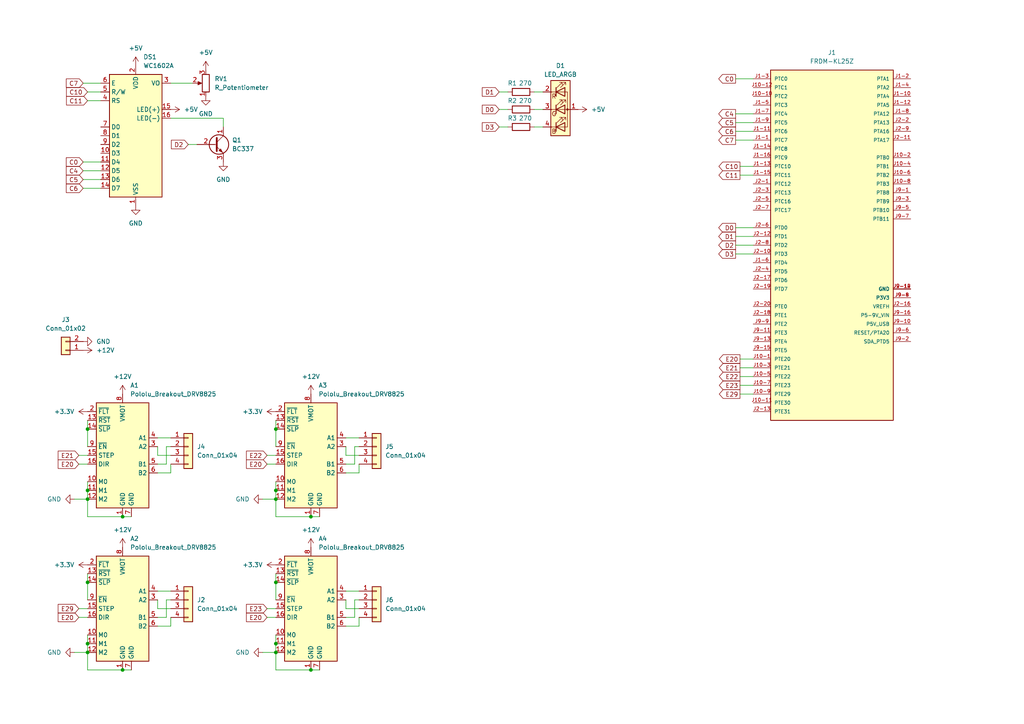
<source format=kicad_sch>
(kicad_sch (version 20230121) (generator eeschema)
  (paper "A4")
  (lib_symbols
    (symbol "Connector_Generic:Conn_01x02" (pin_names (offset 1.016) hide)
      (property "Reference" "J" (at 0 2.54 0))
      (property "Value" "Conn_01x02" (at 0 -5.08 0))
      (symbol "Conn_01x02_1_1"
        (rectangle (start -1.27 -2.413) (end 0 -2.667) (stroke (width 0.1524)))
        (rectangle (start -1.27 0.127) (end 0 -0.127) (stroke (width 0.1524)))
        (rectangle (start -1.27 1.27) (end 1.27 -3.81) (stroke (width 0.254)) (fill (type background)))
        (pin passive line (at -5.08 0 0) (length 3.81) (name "Pin_1") (number "1"))
        (pin passive line (at -5.08 -2.54 0) (length 3.81) (name "Pin_2") (number "2"))
      )
    )
    (symbol "Connector_Generic:Conn_01x04" (pin_names (offset 1.016) hide)
      (property "Reference" "J" (at 0 5.08 0))
      (property "Value" "Conn_01x04" (at 0 -7.62 0))
      (symbol "Conn_01x04_1_1"
        (rectangle (start -1.27 -4.953) (end 0 -5.207) (stroke (width 0.1524)))
        (rectangle (start -1.27 -2.413) (end 0 -2.667) (stroke (width 0.1524)))
        (rectangle (start -1.27 0.127) (end 0 -0.127) (stroke (width 0.1524)))
        (rectangle (start -1.27 2.667) (end 0 2.413) (stroke (width 0.1524)))
        (rectangle (start -1.27 3.81) (end 1.27 -6.35) (stroke (width 0.254)) (fill (type background)))
        (pin passive line (at -5.08 2.54 0) (length 3.81) (name "Pin_1") (number "1"))
        (pin passive line (at -5.08 0 0) (length 3.81) (name "Pin_2") (number "2"))
        (pin passive line (at -5.08 -2.54 0) (length 3.81) (name "Pin_3") (number "3"))
        (pin passive line (at -5.08 -5.08 0) (length 3.81) (name "Pin_4") (number "4"))
      )
    )
    (symbol "Device:LED_ARGB" (pin_names (offset 0) hide)
      (property "Reference" "D" (at 0 9.398 0))
      (property "Value" "LED_ARGB" (at 0 -8.89 0))
      (symbol "LED_ARGB_0_0"
        (text "B" (at -1.905 -6.35 0) (effects (font (size 1.27 1.27))))
        (text "G" (at -1.905 -1.27 0) (effects (font (size 1.27 1.27))))
        (text "R" (at -1.905 3.81 0) (effects (font (size 1.27 1.27))))
      )
      (symbol "LED_ARGB_0_1"
        (polyline (pts (xy -1.27 -5.08) (xy -2.54 -5.08)))
        (polyline (pts (xy -1.27 -5.08) (xy 1.27 -5.08)))
        (polyline (pts (xy -1.27 -3.81) (xy -1.27 -6.35)) (stroke (width 0.254)))
        (polyline (pts (xy -1.27 0) (xy -2.54 0)))
        (polyline (pts (xy -1.27 1.27) (xy -1.27 -1.27)) (stroke (width 0.254)))
        (polyline (pts (xy -1.27 5.08) (xy -2.54 5.08)))
        (polyline (pts (xy -1.27 5.08) (xy 1.27 5.08)))
        (polyline (pts (xy -1.27 6.35) (xy -1.27 3.81)) (stroke (width 0.254)))
        (polyline (pts (xy 1.27 0) (xy -1.27 0)))
        (polyline (pts (xy 1.27 0) (xy 2.54 0)))
        (polyline (pts (xy -1.27 1.27) (xy -1.27 -1.27) (xy -1.27 -1.27)))
        (polyline (pts (xy -1.27 6.35) (xy -1.27 3.81) (xy -1.27 3.81)))
        (polyline (pts (xy 1.27 -5.08) (xy 2.032 -5.08) (xy 2.032 5.08) (xy 1.27 5.08)))
        (polyline (pts (xy 1.27 -3.81) (xy 1.27 -6.35) (xy -1.27 -5.08) (xy 1.27 -3.81)) (stroke (width 0.254)))
        (polyline (pts (xy 1.27 1.27) (xy 1.27 -1.27) (xy -1.27 0) (xy 1.27 1.27)) (stroke (width 0.254)))
        (polyline (pts (xy 1.27 6.35) (xy 1.27 3.81) (xy -1.27 5.08) (xy 1.27 6.35)) (stroke (width 0.254)))
        (polyline (pts (xy -1.016 -3.81) (xy 0.508 -2.286) (xy -0.254 -2.286) (xy 0.508 -2.286) (xy 0.508 -3.048)))
        (polyline (pts (xy -1.016 1.27) (xy 0.508 2.794) (xy -0.254 2.794) (xy 0.508 2.794) (xy 0.508 2.032)))
        (polyline (pts (xy -1.016 6.35) (xy 0.508 7.874) (xy -0.254 7.874) (xy 0.508 7.874) (xy 0.508 7.112)))
        (polyline (pts (xy 0 -3.81) (xy 1.524 -2.286) (xy 0.762 -2.286) (xy 1.524 -2.286) (xy 1.524 -3.048)))
        (polyline (pts (xy 0 1.27) (xy 1.524 2.794) (xy 0.762 2.794) (xy 1.524 2.794) (xy 1.524 2.032)))
        (polyline (pts (xy 0 6.35) (xy 1.524 7.874) (xy 0.762 7.874) (xy 1.524 7.874) (xy 1.524 7.112)))
        (rectangle (start 1.27 -1.27) (end 1.27 1.27))
        (rectangle (start 1.27 1.27) (end 1.27 1.27))
        (rectangle (start 1.27 3.81) (end 1.27 6.35))
        (rectangle (start 1.27 6.35) (end 1.27 6.35))
        (circle (center 2.032 0) (radius 0.254) (fill (type outline)))
        (rectangle (start 2.794 8.382) (end -2.794 -7.62) (stroke (width 0.254)) (fill (type background)))
      )
      (symbol "LED_ARGB_1_1"
        (pin passive line (at 5.08 0 180) (length 2.54) (name "A") (number "1"))
        (pin passive line (at -5.08 5.08 0) (length 2.54) (name "RK") (number "2"))
        (pin passive line (at -5.08 0 0) (length 2.54) (name "GK") (number "3"))
        (pin passive line (at -5.08 -5.08 0) (length 2.54) (name "BK") (number "4"))
      )
    )
    (symbol "Device:R" (pin_numbers hide) (pin_names (offset 0))
      (property "Reference" "R" (at 2.032 0 90))
      (property "Value" "R" (at 0 0 90))
      (symbol "R_0_1"
        (rectangle (start -1.016 -2.54) (end 1.016 2.54) (stroke (width 0.254)))
      )
      (symbol "R_1_1"
        (pin passive line (at 0 3.81 270) (length 1.27) (name "~") (number "1"))
        (pin passive line (at 0 -3.81 90) (length 1.27) (name "~") (number "2"))
      )
    )
    (symbol "Device:R_Potentiometer" (pin_names (offset 1.016) hide)
      (property "Reference" "RV" (at -4.445 0 90))
      (property "Value" "R_Potentiometer" (at -2.54 0 90))
      (symbol "R_Potentiometer_0_1"
        (polyline (pts (xy 2.54 0) (xy 1.524 0)))
        (polyline (pts (xy 1.143 0) (xy 2.286 0.508) (xy 2.286 -0.508) (xy 1.143 0)) (fill (type outline)))
        (rectangle (start 1.016 2.54) (end -1.016 -2.54) (stroke (width 0.254)))
      )
      (symbol "R_Potentiometer_1_1"
        (pin passive line (at 0 3.81 270) (length 1.27) (name "1") (number "1"))
        (pin passive line (at 3.81 0 180) (length 1.27) (name "2") (number "2"))
        (pin passive line (at 0 -3.81 90) (length 1.27) (name "3") (number "3"))
      )
    )
    (symbol "Display_Character:WC1602A"
      (property "Reference" "DS" (at -5.842 19.05 0))
      (property "Value" "WC1602A" (at 5.334 19.05 0))
      (symbol "WC1602A_1_1"
        (rectangle (start -7.62 17.78) (end 7.62 -17.78) (stroke (width 0.254)) (fill (type background)))
        (pin power_in line (at 0 -20.32 90) (length 2.54) (name "VSS") (number "1"))
        (pin input line (at -10.16 -5.08 0) (length 2.54) (name "D3") (number "10"))
        (pin input line (at -10.16 -7.62 0) (length 2.54) (name "D4") (number "11"))
        (pin input line (at -10.16 -10.16 0) (length 2.54) (name "D5") (number "12"))
        (pin input line (at -10.16 -12.7 0) (length 2.54) (name "D6") (number "13"))
        (pin input line (at -10.16 -15.24 0) (length 2.54) (name "D7") (number "14"))
        (pin power_in line (at 10.16 7.62 180) (length 2.54) (name "LED(+)") (number "15"))
        (pin power_in line (at 10.16 5.08 180) (length 2.54) (name "LED(-)") (number "16"))
        (pin power_in line (at 0 20.32 270) (length 2.54) (name "VDD") (number "2"))
        (pin input line (at 10.16 15.24 180) (length 2.54) (name "VO") (number "3"))
        (pin input line (at -10.16 10.16 0) (length 2.54) (name "RS") (number "4"))
        (pin input line (at -10.16 12.7 0) (length 2.54) (name "R/W") (number "5"))
        (pin input line (at -10.16 15.24 0) (length 2.54) (name "E") (number "6"))
        (pin input line (at -10.16 2.54 0) (length 2.54) (name "D0") (number "7"))
        (pin input line (at -10.16 0 0) (length 2.54) (name "D1") (number "8"))
        (pin input line (at -10.16 -2.54 0) (length 2.54) (name "D2") (number "9"))
      )
    )
    (symbol "Driver_Motor:Pololu_Breakout_DRV8825"
      (property "Reference" "A" (at -2.54 16.51 0))
      (property "Value" "Pololu_Breakout_DRV8825" (at -2.54 13.97 0))
      (symbol "Pololu_Breakout_DRV8825_0_1"
        (rectangle (start 7.62 -17.78) (end -7.62 12.7) (stroke (width 0.254)) (fill (type background)))
      )
      (symbol "Pololu_Breakout_DRV8825_1_1"
        (pin power_in line (at 0 -20.32 90) (length 2.54) (name "GND") (number "1"))
        (pin input line (at -10.16 -10.16 0) (length 2.54) (name "M0") (number "10"))
        (pin input line (at -10.16 -12.7 0) (length 2.54) (name "M1") (number "11"))
        (pin input line (at -10.16 -15.24 0) (length 2.54) (name "M2") (number "12"))
        (pin input line (at -10.16 7.62 0) (length 2.54) (name "~{RST}") (number "13"))
        (pin input line (at -10.16 5.08 0) (length 2.54) (name "~{SLP}") (number "14"))
        (pin input line (at -10.16 -2.54 0) (length 2.54) (name "STEP") (number "15"))
        (pin input line (at -10.16 -5.08 0) (length 2.54) (name "DIR") (number "16"))
        (pin output line (at -10.16 10.16 0) (length 2.54) (name "~{FLT}") (number "2"))
        (pin output line (at 10.16 0 180) (length 2.54) (name "A2") (number "3"))
        (pin output line (at 10.16 2.54 180) (length 2.54) (name "A1") (number "4"))
        (pin output line (at 10.16 -5.08 180) (length 2.54) (name "B1") (number "5"))
        (pin output line (at 10.16 -7.62 180) (length 2.54) (name "B2") (number "6"))
        (pin power_in line (at 2.54 -20.32 90) (length 2.54) (name "GND") (number "7"))
        (pin power_in line (at 0 15.24 270) (length 2.54) (name "VMOT") (number "8"))
        (pin input line (at -10.16 0 0) (length 2.54) (name "~{EN}") (number "9"))
      )
    )
    (symbol "FRDM-KL25Z:FRDM-KL25Z" (pin_names (offset 1.016))
      (property "Reference" "J" (at -25.4 26.162 0))
      (property "Value" "FRDM-KL25Z" (at -25.4 -78.74 0))
      (symbol "FRDM-KL25Z_0_0"
        (rectangle (start -25.4 -76.2) (end 10.16 25.4) (stroke (width 0.254)) (fill (type background)))
        (pin bidirectional line (at -30.48 5.08 0) (length 5.08) (name "PTC7") (number "J1-1"))
        (pin bidirectional line (at 15.24 17.78 180) (length 5.08) (name "PTA4") (number "J1-10"))
        (pin bidirectional line (at -30.48 7.62 0) (length 5.08) (name "PTC6") (number "J1-11"))
        (pin bidirectional line (at 15.24 15.24 180) (length 5.08) (name "PTA5") (number "J1-12"))
        (pin bidirectional line (at -30.48 -2.54 0) (length 5.08) (name "PTC10") (number "J1-13"))
        (pin bidirectional line (at -30.48 2.54 0) (length 5.08) (name "PTC8") (number "J1-14"))
        (pin bidirectional line (at -30.48 -5.08 0) (length 5.08) (name "PTC11") (number "J1-15"))
        (pin bidirectional line (at -30.48 0 0) (length 5.08) (name "PTC9") (number "J1-16"))
        (pin bidirectional line (at 15.24 22.86 180) (length 5.08) (name "PTA1") (number "J1-2"))
        (pin bidirectional line (at -30.48 22.86 0) (length 5.08) (name "PTC0") (number "J1-3"))
        (pin bidirectional line (at 15.24 20.32 180) (length 5.08) (name "PTA2") (number "J1-4"))
        (pin bidirectional line (at -30.48 15.24 0) (length 5.08) (name "PTC3") (number "J1-5"))
        (pin bidirectional line (at -30.48 -30.48 0) (length 5.08) (name "PTD4") (number "J1-6"))
        (pin bidirectional line (at -30.48 12.7 0) (length 5.08) (name "PTC4") (number "J1-7"))
        (pin bidirectional line (at 15.24 12.7 180) (length 5.08) (name "PTA12") (number "J1-8"))
        (pin bidirectional line (at -30.48 10.16 0) (length 5.08) (name "PTC5") (number "J1-9"))
        (pin bidirectional line (at -30.48 -58.42 0) (length 5.08) (name "PTE20") (number "J10-1"))
        (pin bidirectional line (at -30.48 17.78 0) (length 5.08) (name "PTC2") (number "J10-10"))
        (pin bidirectional line (at -30.48 -71.12 0) (length 5.08) (name "PTE30") (number "J10-11"))
        (pin bidirectional line (at -30.48 20.32 0) (length 5.08) (name "PTC1") (number "J10-12"))
        (pin bidirectional line (at 15.24 0 180) (length 5.08) (name "PTB0") (number "J10-2"))
        (pin bidirectional line (at -30.48 -60.96 0) (length 5.08) (name "PTE21") (number "J10-3"))
        (pin bidirectional line (at 15.24 -2.54 180) (length 5.08) (name "PTB1") (number "J10-4"))
        (pin bidirectional line (at -30.48 -63.5 0) (length 5.08) (name "PTE22") (number "J10-5"))
        (pin bidirectional line (at 15.24 -5.08 180) (length 5.08) (name "PTB2") (number "J10-6"))
        (pin bidirectional line (at -30.48 -66.04 0) (length 5.08) (name "PTE23") (number "J10-7"))
        (pin bidirectional line (at 15.24 -7.62 180) (length 5.08) (name "PTB3") (number "J10-8"))
        (pin bidirectional line (at -30.48 -68.58 0) (length 5.08) (name "PTE29") (number "J10-9"))
        (pin bidirectional line (at -30.48 -7.62 0) (length 5.08) (name "PTC12") (number "J2-1"))
        (pin bidirectional line (at -30.48 -27.94 0) (length 5.08) (name "PTD3") (number "J2-10"))
        (pin bidirectional line (at 15.24 5.08 180) (length 5.08) (name "PTA17") (number "J2-11"))
        (pin bidirectional line (at -30.48 -22.86 0) (length 5.08) (name "PTD1") (number "J2-12"))
        (pin bidirectional line (at -30.48 -73.66 0) (length 5.08) (name "PTE31") (number "J2-13"))
        (pin bidirectional line (at 15.24 -38.1 180) (length 5.08) (name "GND") (number "J2-14"))
        (pin bidirectional line (at 15.24 -43.18 180) (length 5.08) (name "VREFH") (number "J2-16"))
        (pin bidirectional line (at -30.48 -35.56 0) (length 5.08) (name "PTD6") (number "J2-17"))
        (pin bidirectional line (at -30.48 -45.72 0) (length 5.08) (name "PTE1") (number "J2-18"))
        (pin bidirectional line (at -30.48 -38.1 0) (length 5.08) (name "PTD7") (number "J2-19"))
        (pin bidirectional line (at 15.24 10.16 180) (length 5.08) (name "PTA13") (number "J2-2"))
        (pin bidirectional line (at -30.48 -43.18 0) (length 5.08) (name "PTE0") (number "J2-20"))
        (pin bidirectional line (at -30.48 -10.16 0) (length 5.08) (name "PTC13") (number "J2-3"))
        (pin bidirectional line (at -30.48 -33.02 0) (length 5.08) (name "PTD5") (number "J2-4"))
        (pin bidirectional line (at -30.48 -12.7 0) (length 5.08) (name "PTC16") (number "J2-5"))
        (pin bidirectional line (at -30.48 -20.32 0) (length 5.08) (name "PTD0") (number "J2-6"))
        (pin bidirectional line (at -30.48 -15.24 0) (length 5.08) (name "PTC17") (number "J2-7"))
        (pin bidirectional line (at -30.48 -25.4 0) (length 5.08) (name "PTD2") (number "J2-8"))
        (pin bidirectional line (at 15.24 7.62 180) (length 5.08) (name "PTA16") (number "J2-9"))
        (pin bidirectional line (at 15.24 -10.16 180) (length 5.08) (name "PTB8") (number "J9-1"))
        (pin bidirectional line (at 15.24 -48.26 180) (length 5.08) (name "P5V_USB") (number "J9-10"))
        (pin bidirectional line (at -30.48 -50.8 0) (length 5.08) (name "PTE3") (number "J9-11"))
        (pin bidirectional line (at 15.24 -38.1 180) (length 5.08) (name "GND") (number "J9-12"))
        (pin bidirectional line (at -30.48 -53.34 0) (length 5.08) (name "PTE4") (number "J9-13"))
        (pin bidirectional line (at 15.24 -38.1 180) (length 5.08) (name "GND") (number "J9-14"))
        (pin bidirectional line (at -30.48 -55.88 0) (length 5.08) (name "PTE5") (number "J9-15"))
        (pin bidirectional line (at 15.24 -45.72 180) (length 5.08) (name "P5-9V_VIN") (number "J9-16"))
        (pin bidirectional line (at 15.24 -53.34 180) (length 5.08) (name "SDA_PTD5") (number "J9-2"))
        (pin bidirectional line (at 15.24 -12.7 180) (length 5.08) (name "PTB9") (number "J9-3"))
        (pin bidirectional line (at 15.24 -40.64 180) (length 5.08) (name "P3V3") (number "J9-4"))
        (pin bidirectional line (at 15.24 -15.24 180) (length 5.08) (name "PTB10") (number "J9-5"))
        (pin bidirectional line (at 15.24 -50.8 180) (length 5.08) (name "RESET/PTA20") (number "J9-6"))
        (pin bidirectional line (at 15.24 -17.78 180) (length 5.08) (name "PTB11") (number "J9-7"))
        (pin bidirectional line (at 15.24 -40.64 180) (length 5.08) (name "P3V3") (number "J9-8"))
        (pin bidirectional line (at -30.48 -48.26 0) (length 5.08) (name "PTE2") (number "J9-9"))
      )
    )
    (symbol "Transistor_BJT:BC337" (pin_names (offset 0) hide)
      (property "Reference" "Q" (at 5.08 1.905 0))
      (property "Value" "BC337" (at 5.08 0 0))
      (symbol "BC337_0_1"
        (polyline (pts (xy 0 0) (xy 0.635 0)))
        (polyline (pts (xy 0.635 0.635) (xy 2.54 2.54)))
        (polyline (pts (xy 0.635 -0.635) (xy 2.54 -2.54) (xy 2.54 -2.54)))
        (polyline (pts (xy 0.635 1.905) (xy 0.635 -1.905) (xy 0.635 -1.905)) (stroke (width 0.508)))
        (polyline (pts (xy 1.27 -1.778) (xy 1.778 -1.27) (xy 2.286 -2.286) (xy 1.27 -1.778) (xy 1.27 -1.778)) (fill (type outline)))
        (circle (center 1.27 0) (radius 2.8194) (stroke (width 0.254)))
      )
      (symbol "BC337_1_1"
        (pin passive line (at 2.54 5.08 270) (length 2.54) (name "C") (number "1"))
        (pin input line (at -5.08 0 0) (length 5.08) (name "B") (number "2"))
        (pin passive line (at 2.54 -5.08 90) (length 2.54) (name "E") (number "3"))
      )
    )
    (symbol "power:+12V" (power) (pin_names (offset 0))
      (property "Value" "+12V" (at 0 3.556 0))
      (symbol "+12V_0_1"
        (polyline (pts (xy -0.762 1.27) (xy 0 2.54)))
        (polyline (pts (xy 0 0) (xy 0 2.54)))
        (polyline (pts (xy 0 2.54) (xy 0.762 1.27)))
      )
      (symbol "+12V_1_1"
        (pin power_in line (at 0 0 90) (length 0) hide (name "+12V") (number "1"))
      )
    )
    (symbol "power:+3.3V" (power) (pin_names (offset 0))
      (property "Value" "+3.3V" (at 0 3.556 0))
      (symbol "+3.3V_0_1"
        (polyline (pts (xy -0.762 1.27) (xy 0 2.54)))
        (polyline (pts (xy 0 0) (xy 0 2.54)))
        (polyline (pts (xy 0 2.54) (xy 0.762 1.27)))
      )
      (symbol "+3.3V_1_1"
        (pin power_in line (at 0 0 90) (length 0) hide (name "+3.3V") (number "1"))
      )
    )
    (symbol "power:+5V" (power) (pin_names (offset 0))
      (property "Value" "+5V" (at 0 3.556 0))
      (symbol "+5V_0_1"
        (polyline (pts (xy -0.762 1.27) (xy 0 2.54)))
        (polyline (pts (xy 0 0) (xy 0 2.54)))
        (polyline (pts (xy 0 2.54) (xy 0.762 1.27)))
      )
      (symbol "+5V_1_1"
        (pin power_in line (at 0 0 90) (length 0) hide (name "+5V") (number "1"))
      )
    )
    (symbol "power:GND" (power) (pin_names (offset 0))
      (property "Value" "GND" (at 0 -3.81 0))
      (symbol "GND_0_1"
        (polyline (pts (xy 0 0) (xy 0 -1.27) (xy 1.27 -1.27) (xy 0 -2.54) (xy -1.27 -1.27) (xy 0 -1.27)))
      )
      (symbol "GND_1_1"
        (pin power_in line (at 0 0 270) (length 0) hide (name "GND") (number "1"))
      )
    )
  )
  (junction (at 25.4 124.46))
  (junction (at 80.01 168.91))
  (junction (at 80.01 144.78))
  (junction (at 80.01 186.69))
  (junction (at 90.17 149.86))
  (junction (at 80.01 189.23))
  (junction (at 90.17 194.31))
  (junction (at 25.4 142.24))
  (junction (at 25.4 189.23))
  (junction (at 25.4 186.69))
  (junction (at 35.56 149.86))
  (junction (at 80.01 124.46))
  (junction (at 35.56 194.31))
  (junction (at 25.4 168.91))
  (junction (at 80.01 142.24))
  (junction (at 25.4 144.78))
  (wire (pts (xy 25.4 139.7) (xy 25.4 142.24)))
  (wire (pts (xy 25.4 149.86) (xy 35.56 149.86)))
  (wire (pts (xy 80.01 144.78) (xy 80.01 142.24)))
  (wire (pts (xy 45.72 179.07) (xy 48.26 179.07)))
  (wire (pts (xy 45.72 132.08) (xy 49.53 132.08)))
  (wire (pts (xy 214.63 111.76) (xy 218.44 111.76)))
  (wire (pts (xy 102.87 179.07) (xy 102.87 173.99)))
  (wire (pts (xy 213.36 38.1) (xy 218.44 38.1)))
  (wire (pts (xy 214.63 114.3) (xy 218.44 114.3)))
  (wire (pts (xy 213.36 40.64) (xy 218.44 40.64)))
  (wire (pts (xy 49.53 137.16) (xy 49.53 134.62)))
  (wire (pts (xy 80.01 168.91) (xy 80.01 173.99)))
  (wire (pts (xy 45.72 171.45) (xy 49.53 171.45)))
  (wire (pts (xy 100.33 134.62) (xy 102.87 134.62)))
  (wire (pts (xy 100.33 132.08) (xy 104.14 132.08)))
  (wire (pts (xy 213.36 66.04) (xy 218.44 66.04)))
  (wire (pts (xy 144.78 31.75) (xy 147.32 31.75)))
  (wire (pts (xy 80.01 149.86) (xy 90.17 149.86)))
  (wire (pts (xy 48.26 179.07) (xy 48.26 173.99)))
  (wire (pts (xy 45.72 137.16) (xy 49.53 137.16)))
  (wire (pts (xy 100.33 137.16) (xy 104.14 137.16)))
  (wire (pts (xy 22.86 132.08) (xy 25.4 132.08)))
  (wire (pts (xy 45.72 176.53) (xy 49.53 176.53)))
  (wire (pts (xy 21.59 189.23) (xy 25.4 189.23)))
  (wire (pts (xy 154.94 31.75) (xy 157.48 31.75)))
  (wire (pts (xy 35.56 194.31) (xy 38.1 194.31)))
  (wire (pts (xy 80.01 144.78) (xy 80.01 149.86)))
  (wire (pts (xy 100.33 176.53) (xy 104.14 176.53)))
  (wire (pts (xy 25.4 26.67) (xy 29.21 26.67)))
  (wire (pts (xy 25.4 184.15) (xy 25.4 186.69)))
  (wire (pts (xy 77.47 132.08) (xy 80.01 132.08)))
  (wire (pts (xy 48.26 129.54) (xy 49.53 129.54)))
  (wire (pts (xy 25.4 144.78) (xy 25.4 149.86)))
  (wire (pts (xy 24.13 52.07) (xy 29.21 52.07)))
  (wire (pts (xy 214.63 48.26) (xy 218.44 48.26)))
  (wire (pts (xy 24.13 46.99) (xy 29.21 46.99)))
  (wire (pts (xy 80.01 124.46) (xy 80.01 129.54)))
  (wire (pts (xy 49.53 34.29) (xy 64.77 34.29)))
  (wire (pts (xy 154.94 36.83) (xy 157.48 36.83)))
  (wire (pts (xy 45.72 134.62) (xy 48.26 134.62)))
  (wire (pts (xy 22.86 134.62) (xy 25.4 134.62)))
  (wire (pts (xy 24.13 54.61) (xy 29.21 54.61)))
  (wire (pts (xy 76.2 144.78) (xy 80.01 144.78)))
  (wire (pts (xy 144.78 26.67) (xy 147.32 26.67)))
  (wire (pts (xy 213.36 68.58) (xy 218.44 68.58)))
  (wire (pts (xy 213.36 22.86) (xy 218.44 22.86)))
  (wire (pts (xy 90.17 194.31) (xy 92.71 194.31)))
  (wire (pts (xy 214.63 109.22) (xy 218.44 109.22)))
  (wire (pts (xy 213.36 33.02) (xy 218.44 33.02)))
  (wire (pts (xy 49.53 181.61) (xy 49.53 179.07)))
  (wire (pts (xy 100.33 173.99) (xy 100.33 176.53)))
  (wire (pts (xy 54.61 41.91) (xy 57.15 41.91)))
  (wire (pts (xy 45.72 129.54) (xy 45.72 132.08)))
  (wire (pts (xy 100.33 179.07) (xy 102.87 179.07)))
  (wire (pts (xy 214.63 104.14) (xy 218.44 104.14)))
  (wire (pts (xy 80.01 194.31) (xy 90.17 194.31)))
  (wire (pts (xy 100.33 127) (xy 104.14 127)))
  (wire (pts (xy 214.63 106.68) (xy 218.44 106.68)))
  (wire (pts (xy 45.72 181.61) (xy 49.53 181.61)))
  (wire (pts (xy 214.63 50.8) (xy 218.44 50.8)))
  (wire (pts (xy 25.4 121.92) (xy 25.4 124.46)))
  (wire (pts (xy 77.47 176.53) (xy 80.01 176.53)))
  (wire (pts (xy 64.77 34.29) (xy 64.77 36.83)))
  (wire (pts (xy 45.72 173.99) (xy 45.72 176.53)))
  (wire (pts (xy 102.87 129.54) (xy 104.14 129.54)))
  (wire (pts (xy 22.86 176.53) (xy 25.4 176.53)))
  (wire (pts (xy 24.13 49.53) (xy 29.21 49.53)))
  (wire (pts (xy 25.4 194.31) (xy 35.56 194.31)))
  (wire (pts (xy 25.4 189.23) (xy 25.4 186.69)))
  (wire (pts (xy 25.4 168.91) (xy 25.4 173.99)))
  (wire (pts (xy 35.56 149.86) (xy 38.1 149.86)))
  (wire (pts (xy 90.17 149.86) (xy 92.71 149.86)))
  (wire (pts (xy 100.33 181.61) (xy 104.14 181.61)))
  (wire (pts (xy 25.4 189.23) (xy 25.4 194.31)))
  (wire (pts (xy 80.01 121.92) (xy 80.01 124.46)))
  (wire (pts (xy 22.86 179.07) (xy 25.4 179.07)))
  (wire (pts (xy 213.36 73.66) (xy 218.44 73.66)))
  (wire (pts (xy 102.87 134.62) (xy 102.87 129.54)))
  (wire (pts (xy 48.26 134.62) (xy 48.26 129.54)))
  (wire (pts (xy 25.4 29.21) (xy 29.21 29.21)))
  (wire (pts (xy 25.4 124.46) (xy 25.4 129.54)))
  (wire (pts (xy 102.87 173.99) (xy 104.14 173.99)))
  (wire (pts (xy 80.01 189.23) (xy 80.01 194.31)))
  (wire (pts (xy 76.2 189.23) (xy 80.01 189.23)))
  (wire (pts (xy 100.33 171.45) (xy 104.14 171.45)))
  (wire (pts (xy 213.36 71.12) (xy 218.44 71.12)))
  (wire (pts (xy 80.01 139.7) (xy 80.01 142.24)))
  (wire (pts (xy 80.01 166.37) (xy 80.01 168.91)))
  (wire (pts (xy 25.4 166.37) (xy 25.4 168.91)))
  (wire (pts (xy 77.47 134.62) (xy 80.01 134.62)))
  (wire (pts (xy 80.01 189.23) (xy 80.01 186.69)))
  (wire (pts (xy 104.14 137.16) (xy 104.14 134.62)))
  (wire (pts (xy 21.59 144.78) (xy 25.4 144.78)))
  (wire (pts (xy 45.72 127) (xy 49.53 127)))
  (wire (pts (xy 154.94 26.67) (xy 157.48 26.67)))
  (wire (pts (xy 24.13 24.13) (xy 29.21 24.13)))
  (wire (pts (xy 213.36 35.56) (xy 218.44 35.56)))
  (wire (pts (xy 100.33 129.54) (xy 100.33 132.08)))
  (wire (pts (xy 144.78 36.83) (xy 147.32 36.83)))
  (wire (pts (xy 77.47 179.07) (xy 80.01 179.07)))
  (wire (pts (xy 104.14 181.61) (xy 104.14 179.07)))
  (wire (pts (xy 49.53 24.13) (xy 55.88 24.13)))
  (wire (pts (xy 25.4 144.78) (xy 25.4 142.24)))
  (wire (pts (xy 48.26 173.99) (xy 49.53 173.99)))
  (wire (pts (xy 80.01 184.15) (xy 80.01 186.69)))
  (global_label "E29" (shape input) (at 22.86 176.53 180) (property "Intersheetrefs" "${INTERSHEET_REFS}" (effects hide)))
  (global_label "E22" (shape output) (at 214.63 109.22 180) (property "Intersheetrefs" "${INTERSHEET_REFS}" (effects hide)))
  (global_label "E20" (shape input) (at 77.47 179.07 180) (property "Intersheetrefs" "${INTERSHEET_REFS}" (effects hide)))
  (global_label "E20" (shape output) (at 214.63 104.14 180) (property "Intersheetrefs" "${INTERSHEET_REFS}" (effects hide)))
  (global_label "D1" (shape input) (at 144.78 26.67 180) (property "Intersheetrefs" "${INTERSHEET_REFS}" (effects hide)))
  (global_label "C0" (shape input) (at 24.13 46.99 180) (property "Intersheetrefs" "${INTERSHEET_REFS}" (effects hide)))
  (global_label "E21" (shape output) (at 214.63 106.68 180) (property "Intersheetrefs" "${INTERSHEET_REFS}" (effects hide)))
  (global_label "E29" (shape output) (at 214.63 114.3 180) (property "Intersheetrefs" "${INTERSHEET_REFS}" (effects hide)))
  (global_label "E23" (shape output) (at 214.63 111.76 180) (property "Intersheetrefs" "${INTERSHEET_REFS}" (effects hide)))
  (global_label "C6" (shape output) (at 213.36 38.1 180) (property "Intersheetrefs" "${INTERSHEET_REFS}" (effects hide)))
  (global_label "E22" (shape input) (at 77.47 132.08 180) (property "Intersheetrefs" "${INTERSHEET_REFS}" (effects hide)))
  (global_label "E21" (shape input) (at 22.86 132.08 180) (property "Intersheetrefs" "${INTERSHEET_REFS}" (effects hide)))
  (global_label "D2" (shape output) (at 213.36 71.12 180) (property "Intersheetrefs" "${INTERSHEET_REFS}" (effects hide)))
  (global_label "C5" (shape input) (at 24.13 52.07 180) (property "Intersheetrefs" "${INTERSHEET_REFS}" (effects hide)))
  (global_label "C10" (shape output) (at 214.63 48.26 180) (property "Intersheetrefs" "${INTERSHEET_REFS}" (effects hide)))
  (global_label "C6" (shape input) (at 24.13 54.61 180) (property "Intersheetrefs" "${INTERSHEET_REFS}" (effects hide)))
  (global_label "C4" (shape input) (at 24.13 49.53 180) (property "Intersheetrefs" "${INTERSHEET_REFS}" (effects hide)))
  (global_label "D3" (shape output) (at 213.36 73.66 180) (property "Intersheetrefs" "${INTERSHEET_REFS}" (effects hide)))
  (global_label "C0" (shape output) (at 213.36 22.86 180) (property "Intersheetrefs" "${INTERSHEET_REFS}" (effects hide)))
  (global_label "C4" (shape output) (at 213.36 33.02 180) (property "Intersheetrefs" "${INTERSHEET_REFS}" (effects hide)))
  (global_label "C5" (shape output) (at 213.36 35.56 180) (property "Intersheetrefs" "${INTERSHEET_REFS}" (effects hide)))
  (global_label "D3" (shape input) (at 144.78 36.83 180) (property "Intersheetrefs" "${INTERSHEET_REFS}" (effects hide)))
  (global_label "E20" (shape input) (at 22.86 179.07 180) (property "Intersheetrefs" "${INTERSHEET_REFS}" (effects hide)))
  (global_label "C7" (shape input) (at 24.13 24.13 180) (property "Intersheetrefs" "${INTERSHEET_REFS}" (effects hide)))
  (global_label "C11" (shape output) (at 214.63 50.8 180) (property "Intersheetrefs" "${INTERSHEET_REFS}" (effects hide)))
  (global_label "C10" (shape input) (at 25.4 26.67 180) (property "Intersheetrefs" "${INTERSHEET_REFS}" (effects hide)))
  (global_label "D0" (shape output) (at 213.36 66.04 180) (property "Intersheetrefs" "${INTERSHEET_REFS}" (effects hide)))
  (global_label "D0" (shape input) (at 144.78 31.75 180) (property "Intersheetrefs" "${INTERSHEET_REFS}" (effects hide)))
  (global_label "D2" (shape input) (at 54.61 41.91 180) (property "Intersheetrefs" "${INTERSHEET_REFS}" (effects hide)))
  (global_label "D1" (shape output) (at 213.36 68.58 180) (property "Intersheetrefs" "${INTERSHEET_REFS}" (effects hide)))
  (global_label "C11" (shape input) (at 25.4 29.21 180) (property "Intersheetrefs" "${INTERSHEET_REFS}" (effects hide)))
  (global_label "E20" (shape input) (at 22.86 134.62 180) (property "Intersheetrefs" "${INTERSHEET_REFS}" (effects hide)))
  (global_label "E23" (shape input) (at 77.47 176.53 180) (property "Intersheetrefs" "${INTERSHEET_REFS}" (effects hide)))
  (global_label "E20" (shape input) (at 77.47 134.62 180) (property "Intersheetrefs" "${INTERSHEET_REFS}" (effects hide)))
  (global_label "C7" (shape output) (at 213.36 40.64 180) (property "Intersheetrefs" "${INTERSHEET_REFS}" (effects hide)))
  (symbol (lib_id "power:GND") (at 21.59 189.23 270) (unit 1)
    (property "Reference" "#PWR01" (effects hide))
    (property "Value" "GND" (at 17.78 189.23 90) (effects (justify right)))
  )
  (symbol (lib_id "Transistor_BJT:BC337") (at 62.23 41.91 0) (unit 1)
    (property "Reference" "Q1" (at 67.31 40.64 0) (effects (justify left)))
    (property "Value" "BC337" (at 67.31 43.18 0) (effects (justify left)))
    (property "Footprint" "Package_TO_SOT_THT:TO-92_Inline" (effects hide))
    (property "Datasheet" "https://diotec.com/tl_files/diotec/files/pdf/datasheets/bc337.pdf" (effects hide))
  )
  (symbol (lib_id "power:+5V") (at 167.64 31.75 270) (unit 1)
    (property "Reference" "#PWR021" (effects hide))
    (property "Value" "+5V" (at 171.45 31.75 90) (effects (justify left)))
  )
  (symbol (lib_id "power:+12V") (at 35.56 114.3 0) (unit 1)
    (property "Reference" "#PWR08" (effects hide))
    (property "Value" "+12V" (at 35.56 109.22 0))
  )
  (symbol (lib_id "power:GND") (at 76.2 189.23 270) (unit 1)
    (property "Reference" "#PWR010" (effects hide))
    (property "Value" "GND" (at 72.39 189.23 90) (effects (justify right)))
  )
  (symbol (lib_id "Driver_Motor:Pololu_Breakout_DRV8825") (at 90.17 129.54 0) (unit 1)
    (property "Reference" "A3" (at 92.3641 111.76 0) (effects (justify left)))
    (property "Value" "Pololu_Breakout_DRV8825" (at 92.3641 114.3 0) (effects (justify left)))
    (property "Footprint" "Module:Pololu_Breakout-16_15.2x20.3mm" (effects hide))
    (property "Datasheet" "https://www.pololu.com/product/2982" (effects hide))
  )
  (symbol (lib_id "power:GND") (at 59.69 27.94 0) (unit 1)
    (property "Reference" "#PWR020" (effects hide))
    (property "Value" "GND" (at 59.69 33.02 0))
  )
  (symbol (lib_id "Driver_Motor:Pololu_Breakout_DRV8825") (at 35.56 129.54 0) (unit 1)
    (property "Reference" "A1" (at 37.7541 111.76 0) (effects (justify left)))
    (property "Value" "Pololu_Breakout_DRV8825" (at 37.7541 114.3 0) (effects (justify left)))
    (property "Footprint" "Module:Pololu_Breakout-16_15.2x20.3mm" (effects hide))
    (property "Datasheet" "https://www.pololu.com/product/2982" (effects hide))
  )
  (symbol (lib_id "power:GND") (at 76.2 144.78 270) (unit 1)
    (property "Reference" "#PWR04" (effects hide))
    (property "Value" "GND" (at 72.39 144.78 90) (effects (justify right)))
  )
  (symbol (lib_id "Connector_Generic:Conn_01x04") (at 109.22 173.99 0) (unit 1)
    (property "Reference" "J6" (at 111.76 173.99 0) (effects (justify left)))
    (property "Value" "Conn_01x04" (at 111.76 176.53 0) (effects (justify left)))
    (property "Footprint" "Connector_PinHeader_1.00mm:PinHeader_1x04_P1.00mm_Vertical" (effects hide))
  )
  (symbol (lib_id "power:+5V") (at 49.53 31.75 270) (unit 1)
    (property "Reference" "#PWR017" (effects hide))
    (property "Value" "+5V" (at 53.34 31.75 90) (effects (justify left)))
  )
  (symbol (lib_id "power:GND") (at 24.13 99.06 90) (unit 1)
    (property "Reference" "#PWR02" (effects hide))
    (property "Value" "GND" (at 27.94 99.06 90) (effects (justify right)))
  )
  (symbol (lib_id "power:+5V") (at 39.37 19.05 0) (unit 1)
    (property "Reference" "#PWR016" (effects hide))
    (property "Value" "+5V" (at 39.37 13.97 0))
  )
  (symbol (lib_id "FRDM-KL25Z:FRDM-KL25Z") (at 248.92 45.72 0) (unit 1)
    (property "Reference" "J1" (at 241.3 15.24 0))
    (property "Value" "FRDM-KL25Z" (at 241.3 17.78 0))
    (property "Footprint" "FRDM-KL25Z:FRDM-KL25Z" (effects hide))
    (property "MF" "NXP USA" (effects hide))
    (property "Description" "\nKL1x, KL2x, mbed-Enabled Development Freedom Kinetis ARM® Cortex®-M0+ MCU 32-Bit Embedded Evaluation Board\n" (effects hide))
    (property "Package" "None" (effects hide))
    (property "Price" "None" (effects hide))
    (property "SnapEDA_Link" "https://www.snapeda.com/parts/FRDM-KL25Z/NXP+USA+Inc./view-part/?ref=snap" (effects hide))
    (property "MP" "FRDM-KL25Z" (effects hide))
    (property "Availability" "In Stock" (effects hide))
    (property "Check_prices" "https://www.snapeda.com/parts/FRDM-KL25Z/NXP+USA+Inc./view-part/?ref=eda" (effects hide))
  )
  (symbol (lib_id "Connector_Generic:Conn_01x04") (at 54.61 129.54 0) (unit 1)
    (property "Reference" "J4" (at 57.15 129.54 0) (effects (justify left)))
    (property "Value" "Conn_01x04" (at 57.15 132.08 0) (effects (justify left)))
    (property "Footprint" "Connector_PinHeader_1.00mm:PinHeader_1x04_P1.00mm_Vertical" (effects hide))
  )
  (symbol (lib_id "power:+12V") (at 90.17 158.75 0) (unit 1)
    (property "Reference" "#PWR014" (effects hide))
    (property "Value" "+12V" (at 90.17 153.67 0))
  )
  (symbol (lib_id "power:+3.3V") (at 80.01 119.38 90) (unit 1)
    (property "Reference" "#PWR011" (effects hide))
    (property "Value" "+3.3V" (at 76.2 119.38 90) (effects (justify left)))
  )
  (symbol (lib_id "power:+3.3V") (at 80.01 163.83 90) (unit 1)
    (property "Reference" "#PWR012" (effects hide))
    (property "Value" "+3.3V" (at 76.2 163.83 90) (effects (justify left)))
  )
  (symbol (lib_id "Driver_Motor:Pololu_Breakout_DRV8825") (at 90.17 173.99 0) (unit 1)
    (property "Reference" "A4" (at 92.3641 156.21 0) (effects (justify left)))
    (property "Value" "Pololu_Breakout_DRV8825" (at 92.3641 158.75 0) (effects (justify left)))
    (property "Footprint" "Module:Pololu_Breakout-16_15.2x20.3mm" (effects hide))
    (property "Datasheet" "https://www.pololu.com/product/2982" (effects hide))
  )
  (symbol (lib_id "Connector_Generic:Conn_01x04") (at 54.61 173.99 0) (unit 1)
    (property "Reference" "J2" (at 57.15 173.99 0) (effects (justify left)))
    (property "Value" "Conn_01x04" (at 57.15 176.53 0) (effects (justify left)))
    (property "Footprint" "Connector_PinHeader_1.00mm:PinHeader_1x04_P1.00mm_Vertical" (effects hide))
  )
  (symbol (lib_id "power:+12V") (at 35.56 158.75 0) (unit 1)
    (property "Reference" "#PWR09" (effects hide))
    (property "Value" "+12V" (at 35.56 153.67 0))
  )
  (symbol (lib_id "Device:R") (at 151.13 36.83 90) (unit 1)
    (property "Reference" "R3" (at 148.59 34.29 90))
    (property "Value" "270" (at 152.4 34.29 90))
  )
  (symbol (lib_id "Connector_Generic:Conn_01x02") (at 19.05 101.6 180) (unit 1)
    (property "Reference" "J3" (at 19.05 92.71 0))
    (property "Value" "Conn_01x02" (at 19.05 95.25 0))
    (property "Footprint" "Connector_PinHeader_1.00mm:PinHeader_1x02_P1.00mm_Vertical" (effects hide))
  )
  (symbol (lib_id "power:+12V") (at 24.13 101.6 270) (unit 1)
    (property "Reference" "#PWR03" (effects hide))
    (property "Value" "+12V" (at 27.94 101.6 90) (effects (justify left)))
  )
  (symbol (lib_id "power:GND") (at 39.37 59.69 0) (unit 1)
    (property "Reference" "#PWR015" (effects hide))
    (property "Value" "GND" (at 39.37 64.77 0))
  )
  (symbol (lib_id "Device:LED_ARGB") (at 162.56 31.75 0) (unit 1)
    (property "Reference" "D1" (at 162.56 19.05 0))
    (property "Value" "LED_ARGB" (at 162.56 21.59 0))
  )
  (symbol (lib_id "Connector_Generic:Conn_01x04") (at 109.22 129.54 0) (unit 1)
    (property "Reference" "J5" (at 111.76 129.54 0) (effects (justify left)))
    (property "Value" "Conn_01x04" (at 111.76 132.08 0) (effects (justify left)))
    (property "Footprint" "Connector_PinHeader_1.00mm:PinHeader_1x04_P1.00mm_Vertical" (effects hide))
  )
  (symbol (lib_id "Driver_Motor:Pololu_Breakout_DRV8825") (at 35.56 173.99 0) (unit 1)
    (property "Reference" "A2" (at 37.7541 156.21 0) (effects (justify left)))
    (property "Value" "Pololu_Breakout_DRV8825" (at 37.7541 158.75 0) (effects (justify left)))
    (property "Footprint" "Module:Pololu_Breakout-16_15.2x20.3mm" (effects hide))
    (property "Datasheet" "https://www.pololu.com/product/2982" (effects hide))
  )
  (symbol (lib_id "Device:R") (at 151.13 26.67 90) (unit 1)
    (property "Reference" "R1" (at 148.59 24.13 90))
    (property "Value" "270" (at 152.4 24.13 90))
  )
  (symbol (lib_id "power:+3.3V") (at 25.4 163.83 90) (unit 1)
    (property "Reference" "#PWR05" (effects hide))
    (property "Value" "+3.3V" (at 21.59 163.83 90) (effects (justify left)))
  )
  (symbol (lib_id "Device:R_Potentiometer") (at 59.69 24.13 180) (unit 1)
    (property "Reference" "RV1" (at 62.23 22.86 0) (effects (justify right)))
    (property "Value" "R_Potentiometer" (at 62.23 25.4 0) (effects (justify right)))
  )
  (symbol (lib_id "Device:R") (at 151.13 31.75 90) (unit 1)
    (property "Reference" "R2" (at 148.59 29.21 90))
    (property "Value" "270" (at 152.4 29.21 90))
  )
  (symbol (lib_id "Display_Character:WC1602A") (at 39.37 39.37 0) (unit 1)
    (property "Reference" "DS1" (at 41.5641 16.51 0) (effects (justify left)))
    (property "Value" "WC1602A" (at 41.5641 19.05 0) (effects (justify left)))
    (property "Footprint" "Display:WC1602A" (effects hide))
    (property "Datasheet" "http://www.wincomlcd.com/pdf/WC1602A-SFYLYHTC06.pdf" (effects hide))
  )
  (symbol (lib_id "power:GND") (at 21.59 144.78 270) (unit 1)
    (property "Reference" "#PWR06" (effects hide))
    (property "Value" "GND" (at 17.78 144.78 90) (effects (justify right)))
  )
  (symbol (lib_id "power:+3.3V") (at 25.4 119.38 90) (unit 1)
    (property "Reference" "#PWR07" (effects hide))
    (property "Value" "+3.3V" (at 21.59 119.38 90) (effects (justify left)))
  )
  (symbol (lib_id "power:GND") (at 64.77 46.99 0) (unit 1)
    (property "Reference" "#PWR018" (effects hide))
    (property "Value" "GND" (at 64.77 52.07 0))
  )
  (symbol (lib_id "power:+12V") (at 90.17 114.3 0) (unit 1)
    (property "Reference" "#PWR013" (effects hide))
    (property "Value" "+12V" (at 90.17 109.22 0))
  )
  (symbol (lib_id "power:+5V") (at 59.69 20.32 0) (unit 1)
    (property "Reference" "#PWR019" (effects hide))
    (property "Value" "+5V" (at 59.69 15.24 0))
  )
)
</source>
